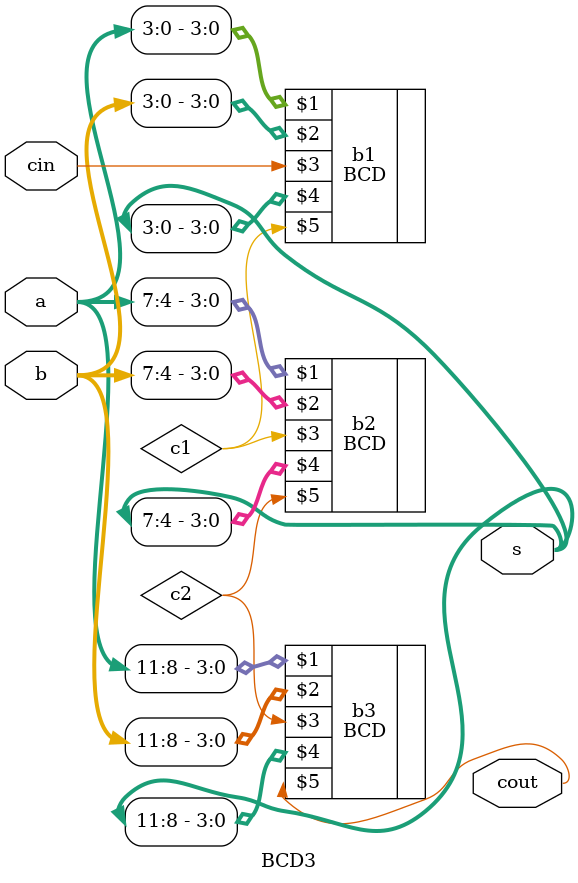
<source format=v>
`timescale 1ns / 1ps
module BCD3(
    input [11:0] a,
    input [11:0] b,
    input cin,
    output [11:0] s,
    output cout
    );

	wire c1, c2;
	BCD b1(a[3:0], b[3:0], cin, s[3:0], c1);
	BCD b2(a[7:4], b[7:4], c1, s[7:4], c2);
	BCD b3(a[11:8], b[11:8], c2, s[11:8], cout);

endmodule

</source>
